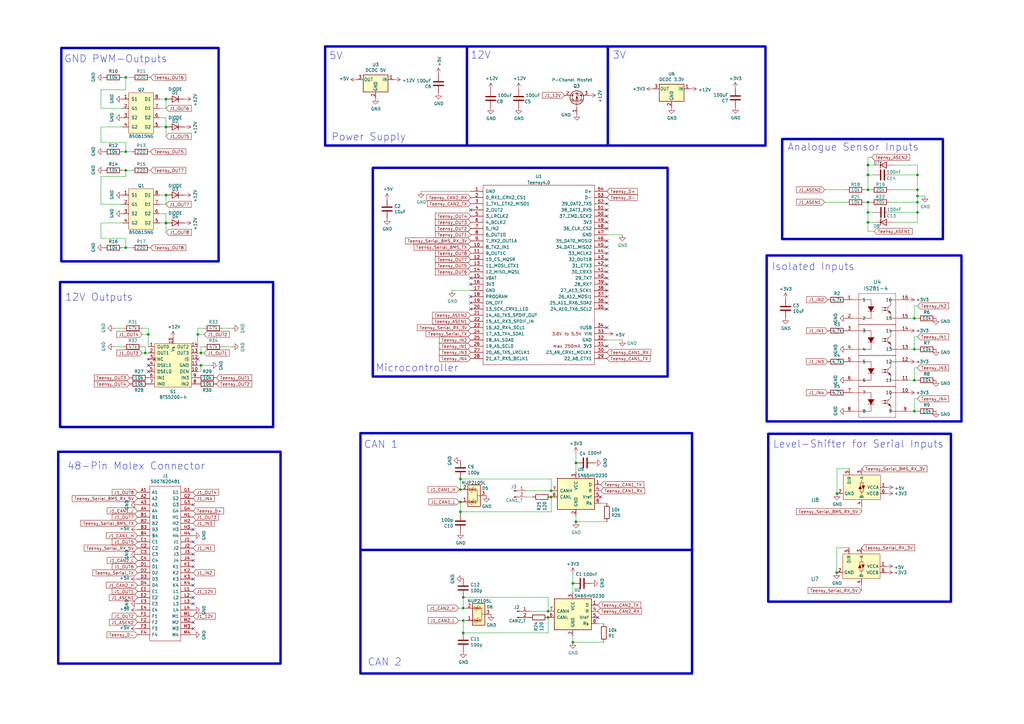
<source format=kicad_sch>
(kicad_sch (version 20230121) (generator eeschema)
  (paper "A3")
  (junction (at 188.849 209.931))
  (junction (at 234.95 239.268))
  (junction (at 376.301 82.931))
  (junction (at 188.849 200.787))
  (junction (at 51.562 69.85))
  (junction (at 376.301 87.122))
  (junction (at 355.981 82.931))
  (junction (at 355.981 71.755))
  (junction (at 376.301 77.851))
  (junction (at 375.031 130.556))
  (junction (at 234.95 263.398))
  (junction (at 68.072 52.07))
  (junction (at 59.563 144.78))
  (junction (at 82.423 149.86))
  (junction (at 355.981 87.122))
  (junction (at 51.562 62.23))
  (junction (at 343.281 202.438))
  (junction (at 82.423 144.78))
  (junction (at 224.79 250.698))
  (junction (at 226.06 203.835))
  (junction (at 236.22 189.865))
  (junction (at 343.154 234.823))
  (junction (at 355.981 91.186))
  (junction (at 224.79 253.238))
  (junction (at 226.06 201.295))
  (junction (at 189.992 244.983))
  (junction (at 375.031 168.656))
  (junction (at 51.562 31.75))
  (junction (at 236.22 213.995))
  (junction (at 68.072 80.01))
  (junction (at 375.031 155.956))
  (junction (at 355.981 77.851))
  (junction (at 189.992 249.428))
  (junction (at 68.072 91.44))
  (junction (at 189.992 259.588))
  (junction (at 188.849 196.469))
  (junction (at 60.833 137.16))
  (junction (at 188.849 205.867))
  (junction (at 68.072 40.64))
  (junction (at 376.301 71.755))
  (junction (at 376.301 80.391))
  (junction (at 51.562 101.6))
  (junction (at 375.031 143.256))
  (junction (at 355.981 67.691))
  (junction (at 81.153 137.16))
  (junction (at 189.992 254.508))
  (no_connect (at 248.92 108.966))
  (no_connect (at 248.92 121.666))
  (no_connect (at 79.248 229.87))
  (no_connect (at 248.92 86.106))
  (no_connect (at 248.92 101.346))
  (no_connect (at 79.248 240.03))
  (no_connect (at 193.04 86.106))
  (no_connect (at 79.248 207.01))
  (no_connect (at 79.248 217.17))
  (no_connect (at 79.248 245.11))
  (no_connect (at 79.248 247.65))
  (no_connect (at 79.248 257.81))
  (no_connect (at 79.248 255.27))
  (no_connect (at 79.248 222.25))
  (no_connect (at 79.248 232.41))
  (no_connect (at 248.92 88.646))
  (no_connect (at 193.04 124.206))
  (no_connect (at 248.92 126.746))
  (no_connect (at 79.248 227.33))
  (no_connect (at 248.92 111.506))
  (no_connect (at 245.11 253.238))
  (no_connect (at 193.04 114.046))
  (no_connect (at 248.92 98.806))
  (no_connect (at 60.833 152.4))
  (no_connect (at 248.92 114.046))
  (no_connect (at 81.153 147.32))
  (no_connect (at 248.92 91.186))
  (no_connect (at 193.04 116.586))
  (no_connect (at 248.92 124.206))
  (no_connect (at 193.04 121.666))
  (no_connect (at 248.92 119.126))
  (no_connect (at 248.92 141.986))
  (no_connect (at 79.248 237.49))
  (no_connect (at 248.92 83.566))
  (no_connect (at 248.92 93.726))
  (no_connect (at 193.04 126.746))
  (no_connect (at 248.92 116.586))
  (no_connect (at 248.92 134.366))
  (no_connect (at 248.92 103.886))
  (no_connect (at 60.833 149.86))
  (no_connect (at 246.38 203.835))
  (no_connect (at 248.92 106.426))
  (wire (pts (xy 68.072 52.07) (xy 65.532 52.07)))
  (wire (pts (xy 355.981 67.691) (xy 358.521 67.691)))
  (wire (pts (xy 188.341 205.867) (xy 188.849 205.867)))
  (polyline (pts (xy 249.301 19.05) (xy 249.301 59.69)) (stroke (width 1)))
  (wire (pts (xy 58.293 134.62) (xy 60.833 134.62)))
  (wire (pts (xy 41.402 97.79) (xy 51.562 97.79)))
  (wire (pts (xy 91.313 142.24) (xy 95.123 142.24)))
  (wire (pts (xy 375.031 168.656) (xy 375.031 163.576)))
  (wire (pts (xy 364.871 77.851) (xy 376.301 77.851)))
  (wire (pts (xy 236.22 186.055) (xy 236.22 189.865)))
  (wire (pts (xy 376.301 125.476) (xy 375.031 125.476)))
  (wire (pts (xy 188.087 249.428) (xy 189.992 249.428)))
  (wire (pts (xy 51.562 72.39) (xy 51.562 69.85)))
  (wire (pts (xy 355.981 82.931) (xy 355.981 87.122)))
  (wire (pts (xy 188.087 254.508) (xy 189.992 254.508)))
  (wire (pts (xy 189.992 259.588) (xy 224.79 259.588)))
  (wire (pts (xy 41.402 91.44) (xy 50.292 91.44)))
  (wire (pts (xy 50.292 62.23) (xy 51.562 62.23)))
  (wire (pts (xy 65.532 87.63) (xy 68.072 87.63)))
  (wire (pts (xy 51.562 58.42) (xy 51.562 62.23)))
  (polyline (pts (xy 191.516 19.177) (xy 191.516 59.563)) (stroke (width 1)))
  (wire (pts (xy 50.292 44.45) (xy 41.402 44.45)))
  (wire (pts (xy 376.301 138.176) (xy 375.031 138.176)))
  (wire (pts (xy 375.031 130.556) (xy 376.301 130.556)))
  (wire (pts (xy 81.153 152.4) (xy 82.423 152.4)))
  (wire (pts (xy 51.562 97.79) (xy 51.562 101.6)))
  (wire (pts (xy 234.95 235.458) (xy 234.95 239.268)))
  (wire (pts (xy 355.981 91.186) (xy 358.521 91.186)))
  (wire (pts (xy 59.563 144.78) (xy 60.833 144.78)))
  (wire (pts (xy 353.314 239.903) (xy 353.314 242.189)))
  (wire (pts (xy 188.849 209.931) (xy 226.06 209.931)))
  (wire (pts (xy 83.693 134.62) (xy 81.153 134.62)))
  (wire (pts (xy 355.981 82.931) (xy 357.251 82.931)))
  (wire (pts (xy 81.153 144.78) (xy 82.423 144.78)))
  (wire (pts (xy 355.981 77.851) (xy 357.251 77.851)))
  (wire (pts (xy 91.313 134.62) (xy 95.123 134.62)))
  (wire (pts (xy 348.361 192.278) (xy 343.281 192.278)))
  (wire (pts (xy 234.95 263.398) (xy 234.95 260.858)))
  (wire (pts (xy 247.65 255.778) (xy 245.11 255.778)))
  (wire (pts (xy 51.562 69.85) (xy 54.102 69.85)))
  (wire (pts (xy 376.301 71.755) (xy 376.301 77.851)))
  (wire (pts (xy 226.06 196.469) (xy 226.06 201.295)))
  (wire (pts (xy 338.201 77.851) (xy 347.091 77.851)))
  (wire (pts (xy 65.532 40.64) (xy 68.072 40.64)))
  (wire (pts (xy 372.491 155.956) (xy 375.031 155.956)))
  (wire (pts (xy 81.153 137.16) (xy 81.153 142.24)))
  (wire (pts (xy 65.532 80.01) (xy 68.072 80.01)))
  (wire (pts (xy 68.072 91.44) (xy 68.072 95.25)))
  (wire (pts (xy 355.981 87.122) (xy 355.981 91.186)))
  (wire (pts (xy 68.072 52.07) (xy 68.072 55.88)))
  (wire (pts (xy 376.301 87.122) (xy 376.301 91.186)))
  (wire (pts (xy 234.95 263.398) (xy 247.65 263.398)))
  (wire (pts (xy 68.072 87.63) (xy 68.072 91.44)))
  (wire (pts (xy 58.293 144.78) (xy 59.563 144.78)))
  (wire (pts (xy 376.301 80.391) (xy 376.301 82.931)))
  (wire (pts (xy 193.04 119.126) (xy 185.42 119.126)))
  (wire (pts (xy 375.031 138.176) (xy 375.031 143.256)))
  (wire (pts (xy 366.141 67.691) (xy 376.301 67.691)))
  (wire (pts (xy 60.833 137.16) (xy 58.293 137.16)))
  (wire (pts (xy 189.992 249.428) (xy 191.262 249.428)))
  (wire (pts (xy 41.402 72.39) (xy 51.562 72.39)))
  (wire (pts (xy 188.849 205.867) (xy 188.849 209.931)))
  (wire (pts (xy 188.849 205.867) (xy 189.357 205.867)))
  (wire (pts (xy 375.031 150.876) (xy 376.301 150.876)))
  (wire (pts (xy 375.031 125.476) (xy 375.031 130.556)))
  (wire (pts (xy 50.292 101.6) (xy 51.562 101.6)))
  (wire (pts (xy 236.22 189.865) (xy 236.22 193.675)))
  (wire (pts (xy 355.981 71.755) (xy 358.14 71.755)))
  (wire (pts (xy 234.95 239.268) (xy 234.95 243.078)))
  (wire (pts (xy 41.402 72.39) (xy 41.402 83.82)))
  (wire (pts (xy 224.79 244.983) (xy 224.79 250.698)))
  (wire (pts (xy 41.402 44.45) (xy 41.402 36.83)))
  (wire (pts (xy 376.301 67.691) (xy 376.301 71.755)))
  (wire (pts (xy 50.292 69.85) (xy 51.562 69.85)))
  (wire (pts (xy 188.849 209.931) (xy 188.849 210.693)))
  (wire (pts (xy 376.301 82.931) (xy 376.301 87.122)))
  (wire (pts (xy 60.833 134.62) (xy 60.833 137.16)))
  (wire (pts (xy 68.072 83.82) (xy 65.532 83.82)))
  (wire (pts (xy 236.22 213.995) (xy 236.22 211.455)))
  (wire (pts (xy 189.992 254.508) (xy 189.992 259.588)))
  (wire (pts (xy 375.031 163.576) (xy 376.301 163.576)))
  (wire (pts (xy 46.863 134.62) (xy 50.673 134.62)))
  (wire (pts (xy 375.031 130.556) (xy 372.491 130.556)))
  (wire (pts (xy 41.402 91.44) (xy 41.402 97.79)))
  (wire (pts (xy 82.423 144.78) (xy 83.693 144.78)))
  (wire (pts (xy 51.562 62.23) (xy 54.102 62.23)))
  (wire (pts (xy 215.9 201.295) (xy 226.06 201.295)))
  (wire (pts (xy 376.301 80.391) (xy 379.349 80.391)))
  (wire (pts (xy 355.981 71.755) (xy 355.981 77.851)))
  (wire (pts (xy 81.153 137.16) (xy 83.693 137.16)))
  (wire (pts (xy 68.072 40.64) (xy 68.072 44.45)))
  (wire (pts (xy 58.293 142.24) (xy 59.563 142.24)))
  (wire (pts (xy 236.22 213.995) (xy 248.92 213.995)))
  (wire (pts (xy 347.091 82.931) (xy 338.201 82.931)))
  (wire (pts (xy 188.849 196.469) (xy 226.06 196.469)))
  (wire (pts (xy 83.693 142.24) (xy 82.423 142.24)))
  (wire (pts (xy 41.402 52.07) (xy 50.292 52.07)))
  (wire (pts (xy 82.423 142.24) (xy 82.423 144.78)))
  (wire (pts (xy 355.981 87.122) (xy 358.267 87.122)))
  (wire (pts (xy 189.992 244.983) (xy 189.992 249.428)))
  (wire (pts (xy 364.871 82.931) (xy 376.301 82.931)))
  (wire (pts (xy 50.292 31.75) (xy 51.562 31.75)))
  (wire (pts (xy 41.402 36.83) (xy 51.562 36.83)))
  (wire (pts (xy 355.981 67.691) (xy 355.981 64.516)))
  (wire (pts (xy 365.76 71.755) (xy 376.301 71.755)))
  (wire (pts (xy 343.281 192.278) (xy 343.281 202.438)))
  (wire (pts (xy 41.402 52.07) (xy 41.402 58.42)))
  (wire (pts (xy 50.292 83.82) (xy 41.402 83.82)))
  (wire (pts (xy 82.423 149.86) (xy 82.423 152.4)))
  (wire (pts (xy 215.9 203.835) (xy 218.44 203.835)))
  (wire (pts (xy 188.849 200.787) (xy 189.357 200.787)))
  (wire (pts (xy 82.423 149.86) (xy 86.233 149.86)))
  (wire (pts (xy 375.031 143.256) (xy 376.301 143.256)))
  (wire (pts (xy 51.562 31.75) (xy 51.562 36.83)))
  (wire (pts (xy 366.141 91.186) (xy 376.301 91.186)))
  (wire (pts (xy 248.92 206.375) (xy 246.38 206.375)))
  (wire (pts (xy 68.072 44.45) (xy 65.532 44.45)))
  (wire (pts (xy 353.441 207.518) (xy 353.441 209.804)))
  (wire (pts (xy 354.711 82.931) (xy 355.981 82.931)))
  (wire (pts (xy 81.153 134.62) (xy 81.153 137.16)))
  (wire (pts (xy 343.154 224.663) (xy 343.154 234.823)))
  (wire (pts (xy 68.072 91.44) (xy 65.532 91.44)))
  (wire (pts (xy 51.562 101.6) (xy 54.102 101.6)))
  (wire (pts (xy 355.981 91.186) (xy 355.981 94.869)))
  (wire (pts (xy 248.92 96.266) (xy 255.27 96.266)))
  (wire (pts (xy 172.72 78.486) (xy 193.04 78.486)))
  (wire (pts (xy 354.711 77.851) (xy 355.981 77.851)))
  (wire (pts (xy 189.992 254.508) (xy 191.262 254.508)))
  (wire (pts (xy 376.301 77.851) (xy 376.301 80.391)))
  (wire (pts (xy 41.402 58.42) (xy 51.562 58.42)))
  (wire (pts (xy 355.981 67.691) (xy 355.981 71.755)))
  (wire (pts (xy 59.563 142.24) (xy 59.563 144.78)))
  (wire (pts (xy 224.79 253.238) (xy 224.79 259.588)))
  (wire (pts (xy 375.031 143.256) (xy 372.491 143.256)))
  (wire (pts (xy 355.981 94.869) (xy 358.521 94.869)))
  (wire (pts (xy 375.031 168.656) (xy 376.301 168.656)))
  (wire (pts (xy 188.341 200.787) (xy 188.849 200.787)))
  (wire (pts (xy 348.234 224.663) (xy 343.154 224.663)))
  (wire (pts (xy 65.532 48.26) (xy 68.072 48.26)))
  (wire (pts (xy 68.072 80.01) (xy 68.072 83.82)))
  (wire (pts (xy 51.562 31.75) (xy 54.102 31.75)))
  (wire (pts (xy 46.863 142.24) (xy 50.673 142.24)))
  (wire (pts (xy 68.072 48.26) (xy 68.072 52.07)))
  (polyline (pts (xy 147.955 225.552) (xy 283.845 225.552)) (stroke (width 1)))
  (wire (pts (xy 189.992 244.983) (xy 224.79 244.983)))
  (wire (pts (xy 81.153 149.86) (xy 82.423 149.86)))
  (wire (pts (xy 226.06 209.931) (xy 226.06 203.835)))
  (wire (pts (xy 217.17 250.698) (xy 224.79 250.698)))
  (wire (pts (xy 375.031 155.956) (xy 376.301 155.956)))
  (wire (pts (xy 355.981 64.516) (xy 357.505 64.516)))
  (wire (pts (xy 60.833 142.24) (xy 60.833 137.16)))
  (wire (pts (xy 188.849 196.469) (xy 188.849 200.787)))
  (wire (pts (xy 372.491 168.656) (xy 375.031 168.656)))
  (wire (pts (xy 365.887 87.122) (xy 376.301 87.122)))
  (wire (pts (xy 375.031 155.956) (xy 375.031 150.876)))
  (wire (pts (xy 248.92 139.446) (xy 255.27 139.446)))
  (rectangle (start 320.802 57.023) (end 386.715 98.044) (stroke (width 1)))
  (rectangle (start 133.35 19.05) (end 313.944 59.69) (stroke (width 1)))
  (rectangle (start 23.876 185.293) (end 115.062 272.161) (stroke (width 1)))
  (rectangle (start 314.452 104.775) (end 394.335 172.847) (stroke (width 1)))
  (rectangle (start 25.146 19.685) (end 89.662 107.188) (stroke (width 1)))
  (rectangle (start 315.087 177.927) (end 390.017 246.761) (stroke (width 1)))
  (rectangle (start 24.638 115.697) (end 112.014 175.133) (stroke (width 1)))
  (rectangle (start 147.828 177.673) (end 283.845 276.225) (stroke (width 1)))
  (rectangle (start 152.908 68.834) (end 273.812 154.432) (stroke (width 1)))
  (text "Analogue Sensor Inputs" (at 322.961 62.23 0) (effects (font (size 3 3)) (justify left bottom)))
  (text "GND PWM-Outputs" (at 26.289 26.035 0) (effects (font (size 3 3)) (justify left bottom)))
  (text "48-Pin Molex Connector" (at 27.559 193.04 0) (effects (font (size 3 3)) (justify left bottom)))
  (text "CAN 2" (at 150.749 273.431 0) (effects (font (size 3 3)) (justify left bottom)))
  (text "CAN 1" (at 149.225 184.15 0) (effects (font (size 3 3)) (justify left bottom)))
  (text "5V" (at 135.001 24.765 0) (effects (font (size 3 3)) (justify left bottom)))
  (text "12V Outputs" (at 26.67 123.825 0) (effects (font (size 3 3)) (justify left bottom)))
  (text "Isolated Inputs" (at 316.484 111.252 0) (effects (font (size 3 3)) (justify left bottom)))
  (text "Microcontroller" (at 154.051 152.781 0) (effects (font (size 3 3)) (justify left bottom)))
  (text "Power Supply" (at 135.89 58.039 0) (effects (font (size 3 3)) (justify left bottom)))
  (text "12V" (at 192.913 24.511 0) (effects (font (size 3 3)) (justify left bottom)))
  (text "3V" (at 251.206 24.511 0) (effects (font (size 3 3)) (justify left bottom)))
  (text "Level-Shifter for Serial Inputs" (at 316.992 184.023 0) (effects (font (size 3 3)) (justify left bottom)))
  (global_label "J1_CAN1_H" (shape input) (at 56.388 219.71 180) (property "Intersheetrefs" "${INTERSHEET_REFS}" (effects hide)) (property "Referenzen zwischen Schaltplänen" "${INTERSHEET_REFS}" (effects hide)))
  (global_label "J1_OUT7" (shape input) (at 56.388 212.09 180) (property "Intersheetrefs" "${INTERSHEET_REFS}" (effects hide)) (property "Referenzen zwischen Schaltplänen" "${INTERSHEET_REFS}" (effects hide)))
  (global_label "Teensy_OUT7" (shape input) (at 193.04 106.426 180) (property "Intersheetrefs" "${INTERSHEET_REFS}" (effects hide)) (property "Referenzen zwischen Schaltplänen" "${INTERSHEET_REFS}" (effects hide)))
  (global_label "J1_ASEN2" (shape input) (at 56.388 255.27 180) (property "Intersheetrefs" "${INTERSHEET_REFS}" (effects hide)) (property "Referenzen zwischen Schaltplänen" "${INTERSHEET_REFS}" (effects hide)))
  (global_label "J1_OUT6" (shape input) (at 68.072 44.45 0) (property "Intersheetrefs" "${INTERSHEET_REFS}" (effects hide)) (property "Referenzen zwischen Schaltplänen" "${INTERSHEET_REFS}" (effects hide)))
  (global_label "J1_IN3" (shape input) (at 79.248 214.63 0) (property "Intersheetrefs" "${INTERSHEET_REFS}" (effects hide)) (property "Referenzen zwischen Schaltplänen" "${INTERSHEET_REFS}" (effects hide)))
  (global_label "Teensy_D+" (shape input) (at 79.248 209.55 0) (property "Intersheetrefs" "${INTERSHEET_REFS}" (effects hide)) (property "Referenzen zwischen Schaltplänen" "${INTERSHEET_REFS}" (effects hide)))
  (global_label "Teensy_CAN2_TX" (shape input) (at 193.04 83.566 180) (property "Intersheetrefs" "${INTERSHEET_REFS}" (effects hide)) (property "Referenzen zwischen Schaltplänen" "${INTERSHEET_REFS}" (effects hide)))
  (global_label "J1_CAN2_L" (shape input) (at 56.388 229.87 180) (property "Intersheetrefs" "${INTERSHEET_REFS}" (effects hide)) (property "Referenzen zwischen Schaltplänen" "${INTERSHEET_REFS}" (effects hide)))
  (global_label "Teensy_OUT2" (shape input) (at 88.773 157.48 0) (property "Intersheetrefs" "${INTERSHEET_REFS}" (effects hide)) (property "Referenzen zwischen Schaltplänen" "${INTERSHEET_REFS}" (effects hide)))
  (global_label "Teensy_IN3" (shape input) (at 193.04 144.526 180) (property "Intersheetrefs" "${INTERSHEET_REFS}" (effects hide)) (property "Referenzen zwischen Schaltplänen" "${INTERSHEET_REFS}" (effects hide)))
  (global_label "J1_OUT4" (shape input) (at 58.293 137.16 180) (property "Intersheetrefs" "${INTERSHEET_REFS}" (effects hide)) (property "Referenzen zwischen Schaltplänen" "${INTERSHEET_REFS}" (effects hide)))
  (global_label "Teensy_IN2" (shape input) (at 193.04 139.446 180) (property "Intersheetrefs" "${INTERSHEET_REFS}" (effects hide)) (property "Referenzen zwischen Schaltplänen" "${INTERSHEET_REFS}" (effects hide)))
  (global_label "Teensy_OUT3" (shape input) (at 193.04 91.186 180) (property "Intersheetrefs" "${INTERSHEET_REFS}" (effects hide)) (property "Referenzen zwischen Schaltplänen" "${INTERSHEET_REFS}" (effects hide)))
  (global_label "J1_OUT8" (shape input) (at 68.072 95.25 0) (property "Intersheetrefs" "${INTERSHEET_REFS}" (effects hide)) (property "Referenzen zwischen Schaltplänen" "${INTERSHEET_REFS}" (effects hide)))
  (global_label "Teensy_CAN2_RX" (shape input) (at 193.04 81.026 180) (property "Intersheetrefs" "${INTERSHEET_REFS}" (effects hide)) (property "Referenzen zwischen Schaltplänen" "${INTERSHEET_REFS}" (effects hide)))
  (global_label "Teensy_ASEN2" (shape input) (at 357.505 64.516 0) (property "Intersheetrefs" "${INTERSHEET_REFS}" (effects hide)) (property "Referenzen zwischen Schaltplänen" "${INTERSHEET_REFS}" (effects hide)))
  (global_label "Teensy_Serial_BMS_TX" (shape input) (at 56.388 214.63 180) (property "Intersheetrefs" "${INTERSHEET_REFS}" (effects hide)) (property "Referenzen zwischen Schaltplänen" "${INTERSHEET_REFS}" (effects hide)))
  (global_label "J1_OUT2" (shape input) (at 83.693 137.16 0) (property "Intersheetrefs" "${INTERSHEET_REFS}" (effects hide)) (property "Referenzen zwischen Schaltplänen" "${INTERSHEET_REFS}" (effects hide)))
  (global_label "Teensy_IN1" (shape input) (at 193.04 141.986 180) (property "Intersheetrefs" "${INTERSHEET_REFS}" (effects hide)) (property "Referenzen zwischen Schaltplänen" "${INTERSHEET_REFS}" (effects hide)))
  (global_label "Teensy_CAN1_TX" (shape input) (at 248.92 147.066 0) (property "Intersheetrefs" "${INTERSHEET_REFS}" (effects hide)) (property "Referenzen zwischen Schaltplänen" "${INTERSHEET_REFS}" (effects hide)))
  (global_label "Teensy_ASEN1" (shape input) (at 193.04 131.826 180) (property "Intersheetrefs" "${INTERSHEET_REFS}" (effects hide)) (property "Referenzen zwischen Schaltplänen" "${INTERSHEET_REFS}" (effects hide)))
  (global_label "Teensy_Serial_RX_5V" (shape input) (at 56.388 224.79 180) (property "Intersheetrefs" "${INTERSHEET_REFS}" (effects hide)) (property "Referenzen zwischen Schaltplänen" "${INTERSHEET_REFS}" (effects hide)))
  (global_label "Teensy_Serial_TX" (shape input) (at 56.388 234.95 180) (property "Intersheetrefs" "${INTERSHEET_REFS}" (effects hide)) (property "Referenzen zwischen Schaltplänen" "${INTERSHEET_REFS}" (effects hide)))
  (global_label "J1_ASEN1" (shape input) (at 338.201 82.931 180) (property "Intersheetrefs" "${INTERSHEET_REFS}" (effects hide)) (property "Referenzen zwischen Schaltplänen" "${INTERSHEET_REFS}" (effects hide)))
  (global_label "J1_OUT1" (shape input) (at 56.388 242.57 180) (property "Intersheetrefs" "${INTERSHEET_REFS}" (effects hide)) (property "Referenzen zwischen Schaltplänen" "${INTERSHEET_REFS}" (effects hide)))
  (global_label "Teensy_OUT5" (shape input) (at 193.04 108.966 180) (property "Intersheetrefs" "${INTERSHEET_REFS}" (effects hide)) (property "Referenzen zwischen Schaltplänen" "${INTERSHEET_REFS}" (effects hide)))
  (global_label "J1_CAN2_H" (shape input) (at 56.388 240.03 180) (property "Intersheetrefs" "${INTERSHEET_REFS}" (effects hide)) (property "Referenzen zwischen Schaltplänen" "${INTERSHEET_REFS}" (effects hide)))
  (global_label "Teensy_Serial_RX_3V" (shape input) (at 193.04 134.366 180) (property "Intersheetrefs" "${INTERSHEET_REFS}" (effects hide)) (property "Referenzen zwischen Schaltplänen" "${INTERSHEET_REFS}" (effects hide)))
  (global_label "Teensy_OUT6" (shape input) (at 193.04 111.506 180) (property "Intersheetrefs" "${INTERSHEET_REFS}" (effects hide)) (property "Referenzen zwischen Schaltplänen" "${INTERSHEET_REFS}" (effects hide)))
  (global_label "Teensy_Serial_BMS_TX" (shape input) (at 193.04 101.346 180) (property "Intersheetrefs" "${INTERSHEET_REFS}" (effects hide)) (property "Referenzen zwischen Schaltplänen" "${INTERSHEET_REFS}" (effects hide)))
  (global_label "J1_OUT5" (shape input) (at 68.072 55.88 0) (property "Intersheetrefs" "${INTERSHEET_REFS}" (effects hide)) (property "Referenzen zwischen Schaltplänen" "${INTERSHEET_REFS}" (effects hide)))
  (global_label "J1_12V" (shape input) (at 79.248 242.57 0) (property "Intersheetrefs" "${INTERSHEET_REFS}" (effects hide)) (property "Referenzen zwischen Schaltplänen" "${INTERSHEET_REFS}" (effects hide)))
  (global_label "Teensy_CAN2_TX" (shape input) (at 245.11 248.158 0) (property "Intersheetrefs" "${INTERSHEET_REFS}" (effects hide)) (property "Referenzen zwischen Schaltplänen" "${INTERSHEET_REFS}" (effects hide)))
  (global_label "Teensy_OUT3" (shape input) (at 53.213 154.94 180) (property "Intersheetrefs" "${INTERSHEET_REFS}" (effects hide)) (property "Referenzen zwischen Schaltplänen" "${INTERSHEET_REFS}" (effects hide)))
  (global_label "J1_CAN1_H" (shape input) (at 188.341 200.787 180) (property "Intersheetrefs" "${INTERSHEET_REFS}" (effects hide)) (property "Referenzen zwischen Schaltplänen" "${INTERSHEET_REFS}" (effects hide)))
  (global_label "J1_OUT7" (shape input) (at 68.072 83.82 0) (property "Intersheetrefs" "${INTERSHEET_REFS}" (effects hide)) (property "Referenzen zwischen Schaltplänen" "${INTERSHEET_REFS}" (effects hide)))
  (global_label "J1_CAN1_L" (shape input) (at 188.341 205.867 180) (property "Intersheetrefs" "${INTERSHEET_REFS}" (effects hide)) (property "Referenzen zwischen Schaltplänen" "${INTERSHEET_REFS}" (effects hide)))
  (global_label "J1_CAN2_L" (shape input) (at 188.087 254.508 180) (property "Intersheetrefs" "${INTERSHEET_REFS}" (effects hide)) (property "Referenzen zwischen Schaltplänen" "${INTERSHEET_REFS}" (effects hide)))
  (global_label "Teensy_IN3" (shape input) (at 376.301 150.876 0) (property "Intersheetrefs" "${INTERSHEET_REFS}" (effects hide)) (property "Referenzen zwischen Schaltplänen" "${INTERSHEET_REFS}" (effects hide)))
  (global_label "Teensy_Serial_RX_3V" (shape input) (at 353.314 224.663 0) (property "Intersheetrefs" "${INTERSHEET_REFS}" (effects hide)) (property "Referenzen zwischen Schaltplänen" "${INTERSHEET_REFS}" (effects hide)))
  (global_label "Teensy_Serial_BMS_RX_5V" (shape input) (at 56.388 204.47 180) (property "Intersheetrefs" "${INTERSHEET_REFS}" (effects hide)) (property "Referenzen zwischen Schaltplänen" "${INTERSHEET_REFS}" (effects hide)))
  (global_label "J1_OUT4" (shape input) (at 79.248 201.93 0) (property "Intersheetrefs" "${INTERSHEET_REFS}" (effects hide)) (property "Referenzen zwischen Schaltplänen" "${INTERSHEET_REFS}" (effects hide)))
  (global_label "J1_CAN2_H" (shape input) (at 188.087 249.428 180) (property "Intersheetrefs" "${INTERSHEET_REFS}" (effects hide)) (property "Referenzen zwischen Schaltplänen" "${INTERSHEET_REFS}" (effects hide)))
  (global_label "Teensy_Serial_BMS_RX_5V" (shape input) (at 353.441 209.804 180) (property "Intersheetrefs" "${INTERSHEET_REFS}" (effects hide)) (property "Referenzen zwischen Schaltplänen" "${INTERSHEET_REFS}" (effects hide)))
  (global_label "J1_IN1" (shape input) (at 79.248 224.79 0) (property "Intersheetrefs" "${INTERSHEET_REFS}" (effects hide)) (property "Referenzen zwischen Schaltplänen" "${INTERSHEET_REFS}" (effects hide)))
  (global_label "J1_OUT1" (shape input) (at 83.693 144.78 0) (property "Intersheetrefs" "${INTERSHEET_REFS}" (effects hide)) (property "Referenzen zwischen Schaltplänen" "${INTERSHEET_REFS}" (effects hide)))
  (global_label "Teensy_Serial_BMS_RX_3V" (shape input) (at 353.441 192.278 0) (property "Intersheetrefs" "${INTERSHEET_REFS}" (effects hide)) (property "Referenzen zwischen Schaltplänen" "${INTERSHEET_REFS}" (effects hide)))
  (global_label "Teensy_IN4" (shape input) (at 193.04 147.066 180) (property "Intersheetrefs" "${INTERSHEET_REFS}" (effects hide)) (property "Referenzen zwischen Schaltplänen" "${INTERSHEET_REFS}" (effects hide)))
  (global_label "J1_IN4" (shape input) (at 339.471 161.036 180) (property "Intersheetrefs" "${INTERSHEET_REFS}" (effects hide)) (property "Referenzen zwischen Schaltplänen" "${INTERSHEET_REFS}" (effects hide)))
  (global_label "J1_IN2" (shape input) (at 79.248 234.95 0) (property "Intersheetrefs" "${INTERSHEET_REFS}" (effects hide)) (property "Referenzen zwischen Schaltplänen" "${INTERSHEET_REFS}" (effects hide)))
  (global_label "Teensy_OUT4" (shape input) (at 53.213 157.48 180) (property "Intersheetrefs" "${INTERSHEET_REFS}" (effects hide)) (property "Referenzen zwischen Schaltplänen" "${INTERSHEET_REFS}" (effects hide)))
  (global_label "Teensy_OUT1" (shape input) (at 193.04 96.266 180) (property "Intersheetrefs" "${INTERSHEET_REFS}" (effects hide)) (property "Referenzen zwischen Schaltplänen" "${INTERSHEET_REFS}" (effects hide)))
  (global_label "Teensy_D-" (shape input) (at 56.388 260.35 180) (property "Intersheetrefs" "${INTERSHEET_REFS}" (effects hide)) (property "Referenzen zwischen Schaltplänen" "${INTERSHEET_REFS}" (effects hide)))
  (global_label "J1_IN1" (shape input) (at 339.471 135.636 180) (property "Intersheetrefs" "${INTERSHEET_REFS}" (effects hide)) (property "Referenzen zwischen Schaltplänen" "${INTERSHEET_REFS}" (effects hide)))
  (global_label "Teensy_D+" (shape input) (at 248.92 78.486 0) (property "Intersheetrefs" "${INTERSHEET_REFS}" (effects hide)) (property "Referenzen zwischen Schaltplänen" "${INTERSHEET_REFS}" (effects hide)))
  (global_label "Teensy_OUT4" (shape input) (at 193.04 88.646 180) (property "Intersheetrefs" "${INTERSHEET_REFS}" (effects hide)) (property "Referenzen zwischen Schaltplänen" "${INTERSHEET_REFS}" (effects hide)))
  (global_label "Teensy_IN4" (shape input) (at 376.301 163.576 0) (property "Intersheetrefs" "${INTERSHEET_REFS}" (effects hide)) (property "Referenzen zwischen Schaltplänen" "${INTERSHEET_REFS}" (effects hide)))
  (global_label "Teensy_D-" (shape input) (at 248.92 81.026 0) (property "Intersheetrefs" "${INTERSHEET_REFS}" (effects hide)) (property "Referenzen zwischen Schaltplänen" "${INTERSHEET_REFS}" (effects hide)))
  (global_label "Teensy_OUT6" (shape input) (at 61.722 31.75 0) (property "Intersheetrefs" "${INTERSHEET_REFS}" (effects hide)) (property "Referenzen zwischen Schaltplänen" "${INTERSHEET_REFS}" (effects hide)))
  (global_label "J1_IN3" (shape input) (at 339.471 148.336 180) (property "Intersheetrefs" "${INTERSHEET_REFS}" (effects hide)) (property "Referenzen zwischen Schaltplänen" "${INTERSHEET_REFS}" (effects hide)))
  (global_label "Teensy_Serial_RX_5V" (shape input) (at 353.314 242.189 180) (property "Intersheetrefs" "${INTERSHEET_REFS}" (effects hide)) (property "Referenzen zwischen Schaltplänen" "${INTERSHEET_REFS}" (effects hide)))
  (global_label "Teensy_OUT8" (shape input) (at 193.04 103.886 180) (property "Intersheetrefs" "${INTERSHEET_REFS}" (effects hide)) (property "Referenzen zwischen Schaltplänen" "${INTERSHEET_REFS}" (effects hide)))
  (global_label "J1_12V" (shape input) (at 79.248 252.73 0) (property "Intersheetrefs" "${INTERSHEET_REFS}" (effects hide)) (property "Referenzen zwischen Schaltplänen" "${INTERSHEET_REFS}" (effects hide)))
  (global_label "Teensy_CAN1_RX" (shape input) (at 246.38 201.295 0) (property "Intersheetrefs" "${INTERSHEET_REFS}" (effects hide)) (property "Referenzen zwischen Schaltplänen" "${INTERSHEET_REFS}" (effects hide)))
  (global_label "J1_12V" (shape input) (at 231.521 39.116 180) (property "Intersheetrefs" "${INTERSHEET_REFS}" (effects hide)) (property "Referenzen zwischen Schaltplänen" "${INTERSHEET_REFS}" (effects hide)))
  (global_label "J1_OUT2" (shape input) (at 56.388 252.73 180) (property "Intersheetrefs" "${INTERSHEET_REFS}" (effects hide)) (property "Referenzen zwischen Schaltplänen" "${INTERSHEET_REFS}" (effects hide)))
  (global_label "J1_OUT3" (shape input) (at 58.293 144.78 180) (property "Intersheetrefs" "${INTERSHEET_REFS}" (effects hide)) (property "Referenzen zwischen Schaltplänen" "${INTERSHEET_REFS}" (effects hide)))
  (global_label "Teensy_CAN1_TX" (shape input) (at 246.38 198.755 0) (property "Intersheetrefs" "${INTERSHEET_REFS}" (effects hide)) (property "Referenzen zwischen Schaltplänen" "${INTERSHEET_REFS}" (effects hide)))
  (global_label "J1_ASEN2" (shape input) (at 338.201 77.851 180) (property "Intersheetrefs" "${INTERSHEET_REFS}" (effects hide)) (property "Referenzen zwischen Schaltplänen" "${INTERSHEET_REFS}" (effects hide)))
  (global_label "Teensy_OUT7" (shape input) (at 61.722 69.85 0) (property "Intersheetrefs" "${INTERSHEET_REFS}" (effects hide)) (property "Referenzen zwischen Schaltplänen" "${INTERSHEET_REFS}" (effects hide)))
  (global_label "Teensy_Serial_TX" (shape input) (at 193.04 136.906 180) (property "Intersheetrefs" "${INTERSHEET_REFS}" (effects hide)) (property "Referenzen zwischen Schaltplänen" "${INTERSHEET_REFS}" (effects hide)))
  (global_label "J1_OUT3" (shape input) (at 79.248 212.09 0) (property "Intersheetrefs" "${INTERSHEET_REFS}" (effects hide)) (property "Referenzen zwischen Schaltplänen" "${INTERSHEET_REFS}" (effects hide)))
  (global_label "Teensy_OUT1" (shape input) (at 88.773 154.94 0) (property "Intersheetrefs" "${INTERSHEET_REFS}" (effects hide)) (property "Referenzen zwischen Schaltplänen" "${INTERSHEET_REFS}" (effects hide)))
  (global_label "J1_OUT5" (shape input) (at 56.388 222.25 180) (property "Intersheetrefs" "${INTERSHEET_REFS}" (effects hide)) (property "Referenzen zwischen Schaltplänen" "${INTERSHEET_REFS}" (effects hide)))
  (global_label "Teensy_ASEN1" (shape input) (at 358.521 94.869 0) (property "Intersheetrefs" "${INTERSHEET_REFS}" (effects hide)) (property "Referenzen zwischen Schaltplänen" "${INTERSHEET_REFS}" (effects hide)))
  (global_label "Teensy_OUT5" (shape input) (at 61.722 62.23 0) (property "Intersheetrefs" "${INTERSHEET_REFS}" (effects hide)) (property "Referenzen zwischen Schaltplänen" "${INTERSHEET_REFS}" (effects hide)))
  (global_label "Teensy_CAN2_RX" (shape input) (at 245.11 250.698 0) (property "Intersheetrefs" "${INTERSHEET_REFS}" (effects hide)) (property "Referenzen zwischen Schaltplänen" "${INTERSHEET_REFS}" (effects hide)))
  (global_label "Teensy_OUT2" (shape input) (at 193.04 93.726 180) (property "Intersheetrefs" "${INTERSHEET_REFS}" (effects hide)) (property "Referenzen zwischen Schaltplänen" "${INTERSHEET_REFS}" (effects hide)))
  (global_label "J1_OUT6" (shape input) (at 56.388 232.41 180) (property "Intersheetrefs" "${INTERSHEET_REFS}" (effects hide)) (property "Referenzen zwischen Schaltplänen" "${INTERSHEET_REFS}" (effects hide)))
  (global_label "Teensy_IN2" (shape input) (at 376.301 125.476 0) (property "Intersheetrefs" "${INTERSHEET_REFS}" (effects hide)) (property "Referenzen zwischen Schaltplänen" "${INTERSHEET_REFS}" (effects hide)))
  (global_label "Teensy_Serial_BMS_RX_3V" (shape input) (at 193.04 98.806 180) (property "Intersheetrefs" "${INTERSHEET_REFS}" (effects hide)) (property "Referenzen zwischen Schaltplänen" "${INTERSHEET_REFS}" (effects hide)))
  (global_label "J1_OUT8" (shape input) (at 56.388 201.93 180) (property "Intersheetrefs" "${INTERSHEET_REFS}" (effects hide)) (property "Referenzen zwischen Schaltplänen" "${INTERSHEET_REFS}" (effects hide)))
  (global_label "J1_IN4" (shape input) (at 79.248 204.47 0) (property "Intersheetrefs" "${INTERSHEET_REFS}" (effects hide)) (property "Referenzen zwischen Schaltplänen" "${INTERSHEET_REFS}" (effects hide)))
  (global_label "Teensy_OUT8" (shape input) (at 61.722 101.6 0) (property "Intersheetrefs" "${INTERSHEET_REFS}" (effects hide)) (property "Referenzen zwischen Schaltplänen" "${INTERSHEET_REFS}" (effects hide)))
  (global_label "Teensy_IN1" (shape input) (at 376.301 138.176 0) (property "Intersheetrefs" "${INTERSHEET_REFS}" (effects hide)) (property "Referenzen zwischen Schaltplänen" "${INTERSHEET_REFS}" (effects hide)))
  (global_label "J1_ASEN1" (shape input) (at 56.388 245.11 180) (property "Intersheetrefs" "${INTERSHEET_REFS}" (effects hide)) (property "Referenzen zwischen Schaltplänen" "${INTERSHEET_REFS}" (effects hide)))
  (global_label "J1_CAN1_L" (shape input) (at 56.388 209.55 180) (property "Intersheetrefs" "${INTERSHEET_REFS}" (effects hide)) (property "Referenzen zwischen Schaltplänen" "${INTERSHEET_REFS}" (effects hide)))
  (global_label "Teensy_ASEN2" (shape input) (at 193.04 129.286 180) (property "Intersheetrefs" "${INTERSHEET_REFS}" (effects hide)) (property "Referenzen zwischen Schaltplänen" "${INTERSHEET_REFS}" (effects hide)))
  (global_label "J1_IN2" (shape input) (at 339.471 122.936 180) (property "Intersheetrefs" "${INTERSHEET_REFS}" (effects hide)) (property "Referenzen zwischen Schaltplänen" "${INTERSHEET_REFS}" (effects hide)))
  (global_label "Teensy_CAN1_RX" (shape input) (at 248.92 144.526 0) (property "Intersheetrefs" "${INTERSHEET_REFS}" (effects hide)) (property "Referenzen zwischen Schaltplänen" "${INTERSHEET_REFS}" (effects hide)))
  (symbol (lib_id "power:GND") (at 172.72 78.486 0) (unit 1)
    (property "Reference" "#PWR0101" (effects hide))
    (property "Value" "GND" (at 172.847 82.8802 0))
  )
  (symbol (lib_id "Regulator_Switching:R-78E5.0-0.5") (at 154.051 32.639 0) (mirror y) (unit 1)
    (property "Reference" "U3" (at 154.051 26.4922 0))
    (property "Value" "DCDC 5V" (at 154.051 28.8036 0))
    (property "Footprint" "Converter_DCDC:Converter_DCDC_RECOM_R-78E-0.5_THT" (effects hide))
    (property "Datasheet" "https://www.recom-power.com/pdf/Innoline/R-78Exx-0.5.pdf" (effects hide))
  )
  (symbol (lib_id "power:+12V") (at 161.671 32.639 270) (unit 1)
    (property "Reference" "#PWR0102" (effects hide))
    (property "Value" "+12V" (at 164.9222 33.02 90) (effects (justify left)))
  )
  (symbol (lib_id "Device:R") (at 247.65 259.588 0) (mirror x) (unit 1)
    (property "Reference" "R1" (at 249.428 260.7564 0) (effects (justify left)))
    (property "Value" "10k" (at 249.428 258.445 0) (effects (justify left)))
    (property "Footprint" "Resistor_SMD:R_0805_2012Metric" (effects hide))
    (property "LCSC" "C17414" (effects hide))
  )
  (symbol (lib_id "power:GND") (at 185.42 119.126 0) (unit 1)
    (property "Reference" "#PWR0103" (effects hide))
    (property "Value" "GND" (at 185.547 123.5202 0))
  )
  (symbol (lib_id "power:GND") (at 255.27 96.266 0) (unit 1)
    (property "Reference" "#PWR0104" (effects hide))
    (property "Value" "GND" (at 255.397 100.6602 0))
  )
  (symbol (lib_id "power:GND") (at 255.27 139.446 0) (unit 1)
    (property "Reference" "#PWR0105" (effects hide))
    (property "Value" "GND" (at 259.207 140.843 0))
  )
  (symbol (lib_id "power:GND") (at 154.051 40.259 0) (unit 1)
    (property "Reference" "#PWR0106" (effects hide))
    (property "Value" "GND" (at 154.178 44.6532 0))
  )
  (symbol (lib_id "power:GND") (at 234.95 263.398 0) (unit 1)
    (property "Reference" "#PWR0108" (effects hide))
    (property "Value" "GND" (at 235.077 267.7922 0))
  )
  (symbol (lib_id "power:+5V") (at 146.431 32.639 90) (unit 1)
    (property "Reference" "#PWR0112" (effects hide))
    (property "Value" "+5V" (at 143.1798 32.258 90) (effects (justify left)))
  )
  (symbol (lib_id "power:+5V") (at 248.92 136.906 270) (unit 1)
    (property "Reference" "#PWR0113" (effects hide))
    (property "Value" "+5V" (at 252.1712 137.287 90) (effects (justify left)))
  )
  (symbol (lib_id "Device:R") (at 343.281 122.936 90) (mirror x) (unit 1)
    (property "Reference" "R2" (at 343.281 120.396 90))
    (property "Value" "4.7k" (at 343.281 122.936 90))
    (property "Footprint" "Resistor_SMD:R_0805_2012Metric" (effects hide))
    (property "LCSC" "C17673" (effects hide))
  )
  (symbol (lib_id "Device:R") (at 343.281 135.636 90) (mirror x) (unit 1)
    (property "Reference" "R3" (at 343.281 133.096 90))
    (property "Value" "4.7k" (at 343.281 135.636 90))
    (property "Footprint" "Resistor_SMD:R_0805_2012Metric" (effects hide))
    (property "LCSC" "C17673" (effects hide))
  )
  (symbol (lib_id "Device:R") (at 343.281 148.336 90) (mirror x) (unit 1)
    (property "Reference" "R4" (at 343.281 145.796 90))
    (property "Value" "4.7k" (at 343.281 148.336 90))
    (property "Footprint" "Resistor_SMD:R_0805_2012Metric" (effects hide))
    (property "LCSC" "C17673" (effects hide))
  )
  (symbol (lib_id "Device:R") (at 343.281 161.036 90) (mirror x) (unit 1)
    (property "Reference" "R5" (at 343.281 158.496 90))
    (property "Value" "4.7k" (at 343.281 161.036 90))
    (property "Footprint" "Resistor_SMD:R_0805_2012Metric" (effects hide))
    (property "LCSC" "C17673" (effects hide))
  )
  (symbol (lib_id "power:GND") (at 347.091 130.556 270) (mirror x) (unit 1)
    (property "Reference" "#PWR0115" (effects hide))
    (property "Value" "GND" (at 342.6968 130.429 0))
  )
  (symbol (lib_id "power:GND") (at 347.091 143.256 270) (mirror x) (unit 1)
    (property "Reference" "#PWR0116" (effects hide))
    (property "Value" "GND" (at 342.6968 143.129 0))
  )
  (symbol (lib_id "power:GND") (at 347.091 155.956 270) (mirror x) (unit 1)
    (property "Reference" "#PWR0117" (effects hide))
    (property "Value" "GND" (at 342.6968 155.829 0))
  )
  (symbol (lib_id "power:GND") (at 347.091 168.656 270) (mirror x) (unit 1)
    (property "Reference" "#PWR0118" (effects hide))
    (property "Value" "GND" (at 342.6968 168.529 0))
  )
  (symbol (lib_id "Device:R") (at 380.111 143.256 90) (mirror x) (unit 1)
    (property "Reference" "R7" (at 380.111 140.716 90))
    (property "Value" "10k" (at 380.111 143.256 90))
    (property "Footprint" "Resistor_SMD:R_0805_2012Metric" (effects hide))
    (property "LCSC" "C17414" (effects hide))
  )
  (symbol (lib_id "Device:R") (at 380.111 130.556 90) (mirror x) (unit 1)
    (property "Reference" "R6" (at 380.111 128.016 90))
    (property "Value" "10k" (at 380.111 130.556 90))
    (property "Footprint" "Resistor_SMD:R_0805_2012Metric" (effects hide))
    (property "LCSC" "C17414" (effects hide))
  )
  (symbol (lib_id "Device:R") (at 380.111 155.956 90) (mirror x) (unit 1)
    (property "Reference" "R8" (at 380.111 153.416 90))
    (property "Value" "10k" (at 380.111 155.956 90))
    (property "Footprint" "Resistor_SMD:R_0805_2012Metric" (effects hide))
    (property "LCSC" "C17414" (effects hide))
  )
  (symbol (lib_id "Device:R") (at 380.111 168.656 90) (mirror x) (unit 1)
    (property "Reference" "R9" (at 380.111 166.116 90))
    (property "Value" "10k" (at 380.111 168.656 90))
    (property "Footprint" "Resistor_SMD:R_0805_2012Metric" (effects hide))
    (property "LCSC" "C17414" (effects hide))
  )
  (symbol (lib_id "power:GND") (at 383.921 130.556 0) (mirror y) (unit 1)
    (property "Reference" "#PWR0123" (effects hide))
    (property "Value" "GND" (at 387.731 131.826 0))
  )
  (symbol (lib_id "power:GND") (at 383.921 143.256 0) (mirror y) (unit 1)
    (property "Reference" "#PWR0124" (effects hide))
    (property "Value" "GND" (at 387.731 144.526 0))
  )
  (symbol (lib_id "power:GND") (at 383.921 155.956 0) (mirror y) (unit 1)
    (property "Reference" "#PWR0125" (effects hide))
    (property "Value" "GND" (at 387.731 157.226 0))
  )
  (symbol (lib_id "power:GND") (at 383.921 168.656 0) (mirror y) (unit 1)
    (property "Reference" "#PWR0126" (effects hide))
    (property "Value" "GND" (at 387.731 169.926 0))
  )
  (symbol (lib_id "Device:C") (at 322.199 126.492 180) (unit 1)
    (property "Reference" "C3" (at 325.12 125.3236 0) (effects (justify right)))
    (property "Value" "10uF" (at 325.12 127.635 0) (effects (justify right)))
    (property "Footprint" "Capacitor_SMD:C_0805_2012Metric" (effects hide))
    (property "LCSC" "C15850" (effects hide))
  )
  (symbol (lib_id "power:GND") (at 322.199 130.302 0) (unit 1)
    (property "Reference" "#PWR0128" (effects hide))
    (property "Value" "GND" (at 322.326 134.6962 0))
  )
  (symbol (lib_id "Device:R") (at 57.912 62.23 270) (unit 1)
    (property "Reference" "R13" (at 57.912 59.69 90))
    (property "Value" "220" (at 57.912 62.23 90))
    (property "Footprint" "Resistor_SMD:R_0805_2012Metric" (effects hide))
    (property "LCSC" "C17557" (effects hide))
  )
  (symbol (lib_id "Device:R") (at 46.482 62.23 270) (unit 1)
    (property "Reference" "R12" (at 46.482 59.69 90))
    (property "Value" "10k" (at 46.482 62.23 90))
    (property "Footprint" "Resistor_SMD:R_0805_2012Metric" (effects hide))
    (property "LCSC" "C17414" (effects hide))
  )
  (symbol (lib_id "power:GND") (at 42.672 62.23 270) (mirror x) (unit 1)
    (property "Reference" "#PWR0133" (effects hide))
    (property "Value" "GND" (at 38.2778 62.103 0))
  )
  (symbol (lib_id "power:GND") (at 50.292 40.64 270) (mirror x) (unit 1)
    (property "Reference" "#PWR0134" (effects hide))
    (property "Value" "GND" (at 45.8978 40.513 0))
  )
  (symbol (lib_id "power:GND") (at 50.292 48.26 270) (mirror x) (unit 1)
    (property "Reference" "#PWR0135" (effects hide))
    (property "Value" "GND" (at 45.8978 48.133 0))
  )
  (symbol (lib_id "JoeMBMS_V2.0-rescue:IRF9956-Transistor-FET") (at 57.912 46.99 0) (unit 1)
    (property "Reference" "Q2" (at 57.912 36.83 0))
    (property "Value" "BSO615NG" (at 57.912 55.88 0))
    (property "Footprint" "JoeMBMS:SO-8_IRF956" (effects hide))
    (property "LCSC" "C693398" (effects hide))
  )
  (symbol (lib_id "Device:R") (at 57.912 31.75 270) (unit 1)
    (property "Reference" "R11" (at 57.912 29.21 90))
    (property "Value" "220" (at 57.912 31.75 90))
    (property "Footprint" "Resistor_SMD:R_0805_2012Metric" (effects hide))
    (property "LCSC" "C17557" (effects hide))
  )
  (symbol (lib_id "Device:R") (at 46.482 31.75 270) (unit 1)
    (property "Reference" "R10" (at 46.482 29.21 90))
    (property "Value" "10k" (at 46.482 31.75 90))
    (property "Footprint" "Resistor_SMD:R_0805_2012Metric" (effects hide))
    (property "LCSC" "C17414" (effects hide))
  )
  (symbol (lib_id "power:GND") (at 42.672 31.75 270) (mirror x) (unit 1)
    (property "Reference" "#PWR0136" (effects hide))
    (property "Value" "GND" (at 38.2778 31.623 0))
  )
  (symbol (lib_id "Device:R") (at 57.912 101.6 270) (unit 1)
    (property "Reference" "R17" (at 57.912 99.06 90))
    (property "Value" "220" (at 57.912 101.6 90))
    (property "Footprint" "Resistor_SMD:R_0805_2012Metric" (effects hide))
    (property "LCSC" "C17557" (effects hide))
  )
  (symbol (lib_id "Device:R") (at 46.482 101.6 270) (unit 1)
    (property "Reference" "R16" (at 46.482 99.06 90))
    (property "Value" "10k" (at 46.482 101.6 90))
    (property "Footprint" "Resistor_SMD:R_0805_2012Metric" (effects hide))
    (property "LCSC" "C17414" (effects hide))
  )
  (symbol (lib_id "power:GND") (at 42.672 101.6 270) (mirror x) (unit 1)
    (property "Reference" "#PWR0137" (effects hide))
    (property "Value" "GND" (at 38.2778 101.473 0))
  )
  (symbol (lib_id "power:GND") (at 50.292 80.01 270) (mirror x) (unit 1)
    (property "Reference" "#PWR0138" (effects hide))
    (property "Value" "GND" (at 45.8978 79.883 0))
  )
  (symbol (lib_id "power:GND") (at 50.292 87.63 270) (mirror x) (unit 1)
    (property "Reference" "#PWR0139" (effects hide))
    (property "Value" "GND" (at 45.8978 87.503 0))
  )
  (symbol (lib_id "JoeMBMS_V2.0-rescue:IRF9956-Transistor-FET") (at 57.912 86.36 0) (unit 1)
    (property "Reference" "Q1" (at 57.912 76.2 0))
    (property "Value" "BSO615NG" (at 57.912 95.25 0))
    (property "Footprint" "JoeMBMS:SO-8_IRF956" (effects hide))
    (property "LCSC" "C693398" (effects hide))
  )
  (symbol (lib_id "Device:R") (at 57.912 69.85 270) (unit 1)
    (property "Reference" "R15" (at 57.912 67.31 90))
    (property "Value" "220" (at 57.912 69.85 90))
    (property "Footprint" "Resistor_SMD:R_0805_2012Metric" (effects hide))
    (property "LCSC" "C17557" (effects hide))
  )
  (symbol (lib_id "Device:R") (at 46.482 69.85 270) (unit 1)
    (property "Reference" "R14" (at 46.482 67.31 90))
    (property "Value" "10k" (at 46.482 69.85 90))
    (property "Footprint" "Resistor_SMD:R_0805_2012Metric" (effects hide))
    (property "LCSC" "C17414" (effects hide))
  )
  (symbol (lib_id "power:GND") (at 42.672 69.85 270) (mirror x) (unit 1)
    (property "Reference" "#PWR0140" (effects hide))
    (property "Value" "GND" (at 38.2778 69.723 0))
  )
  (symbol (lib_id "Device:C") (at 212.725 40.386 0) (unit 1)
    (property "Reference" "C5" (at 217.805 41.656 0) (effects (justify right)))
    (property "Value" "100uF" (at 221.615 39.116 0) (effects (justify right)))
    (property "Footprint" "Capacitor_SMD:C_Elec_6.3x7.7" (effects hide))
    (property "LCSC" "C3001246" (effects hide))
  )
  (symbol (lib_id "power:GND") (at 212.725 44.196 0) (unit 1)
    (property "Reference" "#PWR0141" (effects hide))
    (property "Value" "GND" (at 212.852 48.5902 0))
  )
  (symbol (lib_id "power:+12V") (at 212.725 36.576 0) (unit 1)
    (property "Reference" "#PWR0142" (effects hide))
    (property "Value" "+12V" (at 213.106 32.1818 0))
  )
  (symbol (lib_id "Device:C") (at 158.75 85.725 180) (unit 1)
    (property "Reference" "C2" (at 161.671 84.5566 0) (effects (justify right)))
    (property "Value" "10uF" (at 161.671 86.868 0) (effects (justify right)))
    (property "Footprint" "Capacitor_SMD:C_0805_2012Metric" (effects hide))
    (property "LCSC" "C15850" (effects hide))
  )
  (symbol (lib_id "power:GND") (at 158.75 89.535 0) (unit 1)
    (property "Reference" "#PWR0143" (effects hide))
    (property "Value" "GND" (at 158.877 93.9292 0))
  )
  (symbol (lib_id "JoeMBMS_V2.0-rescue:QM6015D-Transistor-FET") (at 236.601 41.656 90) (unit 1)
    (property "Reference" "Q3" (at 237.871 35.306 90) (effects (justify left)))
    (property "Value" "P-Chanel Mosfet" (at 242.951 32.766 90) (effects (justify left)))
    (property "Footprint" "Package_TO_SOT_SMD:TO-252-2" (effects hide))
    (property "LCSC" "C416264" (effects hide))
  )
  (symbol (lib_id "power:+12V") (at 241.681 39.116 270) (unit 1)
    (property "Reference" "#PWR0145" (effects hide))
    (property "Value" "+12V" (at 246.0752 39.497 0))
  )
  (symbol (lib_id "power:GND") (at 236.601 46.736 0) (unit 1)
    (property "Reference" "#PWR0146" (effects hide))
    (property "Value" "GND" (at 232.156 47.117 0))
  )
  (symbol (lib_id "Device:C") (at 301.625 40.132 0) (unit 1)
    (property "Reference" "C7" (at 298.704 41.3004 0) (effects (justify right)))
    (property "Value" "100uF" (at 298.704 38.989 0) (effects (justify right)))
    (property "Footprint" "Capacitor_SMD:C_Elec_6.3x7.7" (effects hide))
    (property "LCSC" "C3001246" (effects hide))
  )
  (symbol (lib_id "power:GND") (at 301.625 43.942 0) (unit 1)
    (property "Reference" "#PWR02" (effects hide))
    (property "Value" "GND" (at 301.752 48.3362 0))
  )
  (symbol (lib_id "Device:R") (at 350.901 77.851 270) (unit 1)
    (property "Reference" "R18" (at 350.901 75.692 90))
    (property "Value" "10k" (at 350.901 77.851 90))
    (property "Footprint" "Resistor_SMD:R_0805_2012Metric" (effects hide))
    (property "LCSC" "C17414" (effects hide))
  )
  (symbol (lib_id "Device:R") (at 361.061 77.851 270) (unit 1)
    (property "Reference" "R19" (at 361.061 75.692 90))
    (property "Value" "20k" (at 361.061 77.851 90))
    (property "Footprint" "Resistor_SMD:R_0805_2012Metric" (effects hide))
    (property "LCSC" "C4328" (effects hide))
  )
  (symbol (lib_id "Device:R") (at 350.901 82.931 270) (unit 1)
    (property "Reference" "R21" (at 350.901 80.772 90))
    (property "Value" "10k" (at 350.901 82.931 90))
    (property "Footprint" "Resistor_SMD:R_0805_2012Metric" (effects hide))
    (property "LCSC" "C17414" (effects hide))
  )
  (symbol (lib_id "Device:R") (at 361.061 82.931 270) (unit 1)
    (property "Reference" "R22" (at 361.061 80.772 90))
    (property "Value" "20k" (at 361.061 82.931 90))
    (property "Footprint" "Resistor_SMD:R_0805_2012Metric" (effects hide))
    (property "LCSC" "C4328" (effects hide))
  )
  (symbol (lib_id "Device:R") (at 220.98 253.238 90) (mirror x) (unit 1)
    (property "Reference" "R24" (at 219.8116 255.016 0) (effects (justify left)))
    (property "Value" "120" (at 222.123 255.016 0) (effects (justify left)))
    (property "Footprint" "Resistor_SMD:R_0805_2012Metric" (effects hide))
    (property "LCSC" "C17437" (effects hide))
  )
  (symbol (lib_id "power:GND") (at 379.349 80.391 0) (unit 1)
    (property "Reference" "#PWR0156" (effects hide))
    (property "Value" "GND" (at 379.476 84.7852 0))
  )
  (symbol (lib_id "Device:C") (at 201.295 40.386 0) (unit 1)
    (property "Reference" "C8" (at 206.375 41.656 0) (effects (justify right)))
    (property "Value" "100uF" (at 210.185 39.116 0) (effects (justify right)))
    (property "Footprint" "Capacitor_SMD:C_Elec_6.3x7.7" (effects hide))
    (property "LCSC" "C3001246" (effects hide))
  )
  (symbol (lib_id "power:GND") (at 201.295 44.196 0) (unit 1)
    (property "Reference" "#PWR04" (effects hide))
    (property "Value" "GND" (at 201.422 48.5902 0))
  )
  (symbol (lib_id "power:+12V") (at 201.295 36.576 0) (unit 1)
    (property "Reference" "#PWR03" (effects hide))
    (property "Value" "+12V" (at 201.676 32.1818 0))
  )
  (symbol (lib_id "power:+5V") (at 158.75 81.915 0) (unit 1)
    (property "Reference" "#PWR0158" (effects hide))
    (property "Value" "+5V" (at 159.131 77.5208 0))
  )
  (symbol (lib_id "JoeMBMS_V2.0-rescue:TLP293-4-2021-05-20_16-46-13") (at 352.171 120.396 0) (unit 1)
    (property "Reference" "U4" (at 359.791 115.6462 0) (effects (font (size 1.524 1.524))))
    (property "Value" "IS281-4 " (at 359.791 118.3386 0) (effects (font (size 1.524 1.524))))
    (property "Footprint" "TLP293-4:TLP293-4" (effects hide))
    (property "LCSC" "C89878" (effects hide))
  )
  (symbol (lib_id "JoeMBMS_V2.0-rescue:BTS5200-4-Transistor-FET") (at 70.993 149.86 0) (unit 1)
    (property "Reference" "S1" (at 70.993 160.6042 0))
    (property "Value" "BTS5200-4" (at 70.993 162.9156 0))
    (property "Footprint" "KiCAD_Libs-master:PG-DSO-14-40_EP" (effects hide))
    (property "LCSC" "C534815" (effects hide))
  )
  (symbol (lib_id "power:+12V") (at 70.993 138.43 0) (unit 1)
    (property "Reference" "#PWR05" (effects hide))
    (property "Value" "+12V" (at 71.374 134.0358 0))
  )
  (symbol (lib_id "power:GND") (at 86.233 149.86 90) (mirror x) (unit 1)
    (property "Reference" "#PWR06" (effects hide))
    (property "Value" "GND" (at 90.6272 149.987 0))
  )
  (symbol (lib_id "power:GND") (at 79.248 250.19 90) (mirror x) (unit 1)
    (property "Reference" "#PWR08" (effects hide))
    (property "Value" "GND" (at 83.6422 250.317 0))
  )
  (symbol (lib_id "power:GND") (at 79.248 260.35 90) (mirror x) (unit 1)
    (property "Reference" "#PWR010" (effects hide))
    (property "Value" "GND" (at 83.6422 260.477 0))
  )
  (symbol (lib_id "power:GND") (at 56.388 207.01 270) (unit 1)
    (property "Reference" "#PWR0111" (effects hide))
    (property "Value" "GND" (at 51.9938 207.137 0))
  )
  (symbol (lib_id "power:+5V") (at 56.388 217.17 90) (unit 1)
    (property "Reference" "#PWR0129" (effects hide))
    (property "Value" "+5V" (at 53.1368 216.789 90) (effects (justify left)))
  )
  (symbol (lib_id "JoeMBMS_V2.0-rescue:5007620481-5007620481") (at 56.388 201.93 0) (unit 1)
    (property "Reference" "J1" (at 67.818 195.199 0))
    (property "Value" "5007620481" (at 67.818 197.5104 0))
    (property "Footprint" "Molex_48_Pin:5007620481" (effects hide))
    (property "Datasheet" "https://media.digikey.com/pdf/Data%20Sheets/Molex%20PDFs/500762-048x_Dwg.pdf" (effects hide))
    (property "Description" "Conn Wire to Board HDR 48 POS 2.5mm Solder RA Side Entry Thru-Hole Automotive Tray" (effects hide))
    (property "Height" "27" (effects hide))
    (property "Manufacturer_Name" "Molex" (effects hide))
    (property "Manufacturer_Part_Number" "5007620481" (effects hide))
    (property "Arrow Part Number" "5007620481" (effects hide))
    (property "Arrow Price/Stock" "https://www.arrow.com/en/products/5007620481/molex" (effects hide))
  )
  (symbol (lib_id "power:+5V") (at 56.388 237.49 90) (unit 1)
    (property "Reference" "#PWR0130" (effects hide))
    (property "Value" "+5V" (at 53.1368 237.109 90) (effects (justify left)))
  )
  (symbol (lib_id "power:GND") (at 56.388 227.33 270) (unit 1)
    (property "Reference" "#PWR0149" (effects hide))
    (property "Value" "GND" (at 51.9938 227.457 0))
  )
  (symbol (lib_id "power:GND") (at 56.388 247.65 270) (unit 1)
    (property "Reference" "#PWR0153" (effects hide))
    (property "Value" "GND" (at 51.9938 247.777 0))
  )
  (symbol (lib_id "power:+5V") (at 56.388 257.81 90) (unit 1)
    (property "Reference" "#PWR0160" (effects hide))
    (property "Value" "+5V" (at 53.1368 257.429 90) (effects (justify left)))
  )
  (symbol (lib_id "Device:C") (at 238.76 239.268 270) (unit 1)
    (property "Reference" "C1" (at 238.76 235.458 90) (effects (justify right)))
    (property "Value" "100nF" (at 245.237 235.585 90) (effects (justify right)))
    (property "Footprint" "Capacitor_SMD:C_0805_2012Metric" (effects hide))
    (property "LCSC" "C49678" (effects hide))
  )
  (symbol (lib_id "power:GND") (at 242.57 239.268 90) (unit 1)
    (property "Reference" "#PWR07" (effects hide))
    (property "Value" "GND" (at 246.9642 239.141 0))
  )
  (symbol (lib_id "power:GND") (at 79.248 219.71 90) (unit 1)
    (property "Reference" "#PWR0110" (effects hide))
    (property "Value" "GND" (at 83.6422 219.583 0))
  )
  (symbol (lib_id "Diode:1N4001") (at 71.882 91.44 180) (unit 1)
    (property "Reference" "D4" (at 71.882 88.9 0))
    (property "Value" "DIODE" (at 71.882 87.3959 0))
    (property "Footprint" "Diode_SMD:D_SOD-123F" (effects hide))
    (property "Datasheet" "http://www.vishay.com/docs/88503/1n4001.pdf" (effects hide))
    (property "LCSC" "C37049" (effects hide))
  )
  (symbol (lib_id "Device:R") (at 248.92 210.185 0) (mirror x) (unit 1)
    (property "Reference" "R26" (at 250.698 211.3534 0) (effects (justify left)))
    (property "Value" "10k" (at 250.698 209.042 0) (effects (justify left)))
    (property "Footprint" "Resistor_SMD:R_0805_2012Metric" (effects hide))
    (property "LCSC" "C17414" (effects hide))
  )
  (symbol (lib_id "Device:C") (at 240.03 189.865 270) (unit 1)
    (property "Reference" "C4" (at 240.284 186.055 90) (effects (justify right)))
    (property "Value" "100nF" (at 247.015 185.801 90) (effects (justify right)))
    (property "Footprint" "Capacitor_SMD:C_0805_2012Metric" (effects hide))
    (property "LCSC" "C49678" (effects hide))
  )
  (symbol (lib_id "JoeMBMS_V2.0-rescue:+3.3V-power") (at 236.22 186.055 0) (unit 1)
    (property "Reference" "#PWR020" (effects hide))
    (property "Value" "+3.3V-power" (at 236.22 181.9219 0))
  )
  (symbol (lib_id "power:GND") (at 46.863 142.24 270) (mirror x) (unit 1)
    (property "Reference" "#PWR011" (effects hide))
    (property "Value" "GND" (at 42.4688 142.113 0))
  )
  (symbol (lib_id "power:+5V") (at 56.388 250.19 90) (unit 1)
    (property "Reference" "#PWR0132" (effects hide))
    (property "Value" "+5V" (at 53.1368 249.809 90) (effects (justify left)))
  )
  (symbol (lib_id "power:GND") (at 95.123 134.62 90) (mirror x) (unit 1)
    (property "Reference" "#PWR012" (effects hide))
    (property "Value" "GND" (at 99.5172 134.747 0))
  )
  (symbol (lib_id "JoeMBMS_V2.0-rescue:+3.3V-power") (at 234.95 235.458 0) (unit 1)
    (property "Reference" "#PWR019" (effects hide))
    (property "Value" "+3.3V-power" (at 234.95 231.3249 0))
  )
  (symbol (lib_id "Device:R") (at 57.023 157.48 90) (mirror x) (unit 1)
    (property "Reference" "R28" (at 57.023 160.02 90))
    (property "Value" "10k" (at 57.023 157.48 90))
    (property "Footprint" "Resistor_SMD:R_0805_2012Metric" (effects hide))
    (property "LCSC" "C17414" (effects hide))
  )
  (symbol (lib_id "Teensy:Teensy4.0") (at 220.98 112.776 0) (unit 1)
    (property "Reference" "U1" (at 220.98 72.3732 0))
    (property "Value" "Teensy4.0" (at 220.98 74.9101 0))
    (property "Footprint" "teensy:Teensy40_JoeMBMS" (effects hide))
  )
  (symbol (lib_id "Device:C") (at 188.849 192.659 0) (unit 1)
    (property "Reference" "C9" (at 191.77 191.4469 0) (effects (justify left)))
    (property "Value" "100p" (at 191.77 193.8711 0) (effects (justify left)))
    (property "Footprint" "Capacitor_SMD:C_0402_1005Metric" (effects hide))
    (property "LCSC" "C1546" (effects hide))
  )
  (symbol (lib_id "Device:D_Zener") (at 362.331 91.186 0) (unit 1)
    (property "Reference" "D8" (at 359.537 92.71 0))
    (property "Value" "D_Zener" (effects hide))
    (property "Footprint" "Diode_SMD:D_SOD-123" (effects hide))
    (property "LCSC" "C2891770" (effects hide))
  )
  (symbol (lib_id "Connector:Conn_01x02_Pin") (at 210.82 201.295 0) (unit 1)
    (property "Reference" "J3" (at 210.693 199.644 0))
    (property "Value" "CAN1_T" (at 210.947 205.232 0))
    (property "Footprint" "Connector_PinHeader_2.54mm:PinHeader_1x02_P2.54mm_Vertical" (effects hide))
  )
  (symbol (lib_id "Diode:1N4001") (at 71.882 80.01 180) (unit 1)
    (property "Reference" "D3" (at 71.882 77.7041 0))
    (property "Value" "DIODE" (at 71.882 76.2 0))
    (property "Footprint" "Diode_SMD:D_SOD-123F" (effects hide))
    (property "Datasheet" "http://www.vishay.com/docs/88503/1n4001.pdf" (effects hide))
    (property "LCSC" "C37049" (effects hide))
  )
  (symbol (lib_id "power:GND") (at 95.123 142.24 90) (mirror x) (unit 1)
    (property "Reference" "#PWR013" (effects hide))
    (property "Value" "GND" (at 99.5172 142.367 0))
  )
  (symbol (lib_id "power:GND") (at 343.154 234.823 0) (unit 1)
    (property "Reference" "#PWR030" (effects hide))
    (property "Value" "GND" (at 343.281 239.2172 0))
  )
  (symbol (lib_id "dk_Logic-Translators-Level-Shifters:SN74LVC1T45DBVR") (at 353.441 199.898 270) (unit 1)
    (property "Reference" "U8" (at 334.3484 205.0931 90) (effects (font (size 1.524 1.524))))
    (property "Value" "Level Shifter 5V to 3V" (effects hide))
    (property "Footprint" "digikey-footprints:SOT-23-6" (effects hide))
    (property "LCSC" "C7843" (effects hide))
  )
  (symbol (lib_id "power:GND") (at 201.422 251.968 0) (unit 1)
    (property "Reference" "#PWR043" (effects hide))
    (property "Value" "GND" (at 201.549 256.3622 0))
  )
  (symbol (lib_id "power:+12V") (at 75.692 80.01 270) (unit 1)
    (property "Reference" "#PWR016" (effects hide))
    (property "Value" "+12V" (at 80.0862 80.391 0))
  )
  (symbol (lib_id "power:+12V") (at 75.692 91.44 270) (unit 1)
    (property "Reference" "#PWR017" (effects hide))
    (property "Value" "+12V" (at 80.0862 91.821 0))
  )
  (symbol (lib_id "JoeMBMS_V2.0-rescue:+3.3V-power") (at 372.491 161.036 270) (unit 1)
    (property "Reference" "#PWR024" (effects hide))
    (property "Value" "+3.3V-power" (at 375.666 161.036 90) (effects (justify left)))
  )
  (symbol (lib_id "Device:C") (at 361.95 71.755 270) (unit 1)
    (property "Reference" "C14" (at 367.411 73.152 90) (effects (justify right)))
    (property "Value" "100nF" (at 369.697 70.5866 90) (effects (justify right)))
    (property "Footprint" "Capacitor_SMD:C_0805_2012Metric" (effects hide))
    (property "LCSC" "C49678" (effects hide))
  )
  (symbol (lib_id "Diode:1N4001") (at 71.882 52.07 180) (unit 1)
    (property "Reference" "D2" (at 71.882 49.7641 0))
    (property "Value" "DIODE" (at 71.882 48.26 0))
    (property "Footprint" "Diode_SMD:D_SOD-123F" (effects hide))
    (property "Datasheet" "http://www.vishay.com/docs/88503/1n4001.pdf" (effects hide))
    (property "LCSC" "C37049" (effects hide))
  )
  (symbol (lib_id "Regulator_Switching:R-78E5.0-0.5") (at 275.463 36.449 0) (mirror y) (unit 1)
    (property "Reference" "U6" (at 275.463 30.3022 0))
    (property "Value" "DCDC 3.3V" (at 275.463 32.6136 0))
    (property "Footprint" "Converter_DCDC:Converter_DCDC_RECOM_R-78E-0.5_THT" (effects hide))
    (property "Datasheet" "https://www.recom-power.com/pdf/Innoline/R-78Exx-0.5.pdf" (effects hide))
  )
  (symbol (lib_id "power:GND") (at 188.849 188.849 270) (unit 1)
    (property "Reference" "#PWR038" (effects hide))
    (property "Value" "GND" (at 184.4548 188.976 0))
  )
  (symbol (lib_id "Device:C") (at 189.992 241.173 0) (unit 1)
    (property "Reference" "C12" (at 192.913 239.8339 0) (effects (justify left)))
    (property "Value" "100p" (at 192.913 242.2581 0) (effects (justify left)))
    (property "Footprint" "Capacitor_SMD:C_0402_1005Metric" (effects hide))
    (property "LCSC" "C1546" (effects hide))
  )
  (symbol (lib_id "Device:D_Zener") (at 362.331 67.691 0) (unit 1)
    (property "Reference" "D7" (at 359.537 66.802 0))
    (property "Value" "D_Zener" (effects hide))
    (property "Footprint" "Diode_SMD:D_SOD-123" (effects hide))
    (property "LCSC" "C2891770" (effects hide))
  )
  (symbol (lib_id "power:GND") (at 275.463 44.069 0) (unit 1)
    (property "Reference" "#PWR026" (effects hide))
    (property "Value" "GND" (at 275.59 48.4632 0))
  )
  (symbol (lib_id "Device:R") (at 57.023 154.94 90) (mirror x) (unit 1)
    (property "Reference" "R27" (at 57.023 152.4 90))
    (property "Value" "10k" (at 57.023 154.94 90))
    (property "Footprint" "Resistor_SMD:R_0805_2012Metric" (effects hide))
    (property "LCSC" "C17414" (effects hide))
  )
  (symbol (lib_id "power:+12V") (at 75.692 40.64 270) (unit 1)
    (property "Reference" "#PWR014" (effects hide))
    (property "Value" "+12V" (at 80.0862 41.021 0))
  )
  (symbol (lib_id "power:GND") (at 199.517 203.327 0) (unit 1)
    (property "Reference" "#PWR042" (effects hide))
    (property "Value" "GND" (at 199.644 207.7212 0))
  )
  (symbol (lib_id "power:GND") (at 179.832 38.1 0) (unit 1)
    (property "Reference" "#PWR037" (effects hide))
    (property "Value" "GND" (at 179.959 42.4942 0))
  )
  (symbol (lib_id "power:GND") (at 188.849 218.313 0) (unit 1)
    (property "Reference" "#PWR039" (effects hide))
    (property "Value" "GND" (at 188.976 222.7072 0))
  )
  (symbol (lib_id "dk_Logic-Translators-Level-Shifters:SN74LVC1T45DBVR") (at 353.314 232.283 270) (unit 1)
    (property "Reference" "U7" (at 334.2214 237.4781 90) (effects (font (size 1.524 1.524))))
    (property "Value" "Level Shifter 5V to 3V" (effects hide))
    (property "Footprint" "digikey-footprints:SOT-23-6" (effects hide))
    (property "LCSC" "C7843" (effects hide))
  )
  (symbol (lib_id "power:+12V") (at 283.083 36.449 270) (unit 1)
    (property "Reference" "#PWR025" (effects hide))
    (property "Value" "+12V" (at 286.3342 36.83 90) (effects (justify left)))
  )
  (symbol (lib_id "Device:R") (at 54.483 134.62 90) (mirror x) (unit 1)
    (property "Reference" "R31" (at 54.483 132.08 90))
    (property "Value" "47k" (at 54.483 134.62 90))
    (property "Footprint" "Resistor_SMD:R_0805_2012Metric" (effects hide))
    (property "LCSC" "C17713" (effects hide))
  )
  (symbol (lib_id "power:GND") (at 343.281 202.438 0) (unit 1)
    (property "Reference" "#PWR032" (effects hide))
    (property "Value" "GND" (at 343.408 206.8322 0))
  )
  (symbol (lib_id "Device:C") (at 189.992 263.398 0) (unit 1)
    (property "Reference" "C11" (at 192.913 262.0589 0) (effects (justify left)))
    (property "Value" "100p" (at 192.913 264.4831 0) (effects (justify left)))
    (property "Footprint" "Capacitor_SMD:C_0402_1005Metric" (effects hide))
    (property "LCSC" "C1546" (effects hide))
  )
  (symbol (lib_id "power:+5V") (at 363.474 232.283 270) (unit 1)
    (property "Reference" "#PWR028" (effects hide))
    (property "Value" "+5V" (at 366.7252 232.664 90) (effects (justify left)))
  )
  (symbol (lib_id "power:GND") (at 236.22 213.995 0) (unit 1)
    (property "Reference" "#PWR0131" (effects hide))
    (property "Value" "GND" (at 236.347 218.3892 0))
  )
  (symbol (lib_id "power:GND") (at 189.992 237.363 270) (unit 1)
    (property "Reference" "#PWR040" (effects hide))
    (property "Value" "GND" (at 185.5978 237.49 0))
  )
  (symbol (lib_id "Power_Protection:NUP2105L") (at 196.342 251.968 90) (unit 1)
    (property "Reference" "D6" (at 200.914 248.92 90))
    (property "Value" "NUP2105L" (at 196.723 246.507 90))
    (property "Footprint" "Package_TO_SOT_SMD:SOT-23" (effects hide))
    (property "Datasheet" "http://www.onsemi.com/pub_link/Collateral/NUP2105L-D.PDF" (effects hide))
    (property "LCSC" "C284104" (effects hide))
  )
  (symbol (lib_id "JoeMBMS_V2.0-rescue:+3.3V-power") (at 372.491 135.636 270) (unit 1)
    (property "Reference" "#PWR022" (effects hide))
    (property "Value" "+3.3V-power" (at 375.666 135.636 90) (effects (justify left)))
  )
  (symbol (lib_id "CAN_trans:SN65HVD251") (at 236.22 201.295 0) (mirror y) (unit 1)
    (property "Reference" "U5" (at 236.7406 192.5152 0) (effects (justify right)))
    (property "Value" "SN65HVD230" (at 236.7406 195.0521 0) (effects (justify right)))
    (property "Footprint" "Package_SO:SOIC-8_3.9x4.9mm_P1.27mm" (effects hide))
    (property "Datasheet" "https://www.ti.com/lit/ds/symlink/sn65hvd230.pdf" (effects hide))
    (property "LCSC" "C12084" (effects hide))
  )
  (symbol (lib_id "JoeMBMS_V2.0-rescue:+3.3V-power") (at 322.199 122.682 0) (unit 1)
    (property "Reference" "#PWR018" (effects hide))
    (property "Value" "+3.3V-power" (at 322.199 118.5489 0))
  )
  (symbol (lib_id "JoeMBMS_V2.0-rescue:+3.3V-power") (at 267.843 36.449 90) (unit 1)
    (property "Reference" "#PWR027" (effects hide))
    (property "Value" "+3.3V-power" (at 264.6681 36.449 90) (effects (justify left)))
  )
  (symbol (lib_id "Device:R") (at 222.25 203.835 90) (mirror x) (unit 1)
    (property "Reference" "R25" (at 221.0816 205.613 0) (effects (justify left)))
    (property "Value" "120" (at 223.393 205.613 0) (effects (justify left)))
    (property "Footprint" "Resistor_SMD:R_0805_2012Metric" (effects hide))
    (property "LCSC" "C17437" (effects hide))
  )
  (symbol (lib_id "Device:C") (at 179.832 34.29 0) (unit 1)
    (property "Reference" "C6" (at 176.911 35.4584 0) (effects (justify right)))
    (property "Value" "100uF" (at 176.911 33.147 0) (effects (justify right)))
    (property "Footprint" "Capacitor_SMD:C_Elec_6.3x7.7" (effects hide))
    (property "LCSC" "C3001246" (effects hide))
  )
  (symbol (lib_id "Device:C") (at 188.849 214.503 180) (unit 1)
    (property "Reference" "C10" (at 185.928 215.7151 0) (effects (justify left)))
    (property "Value" "100p" (at 185.928 213.2909 0) (effects (justify left)))
    (property "Footprint" "Capacitor_SMD:C_0402_1005Metric" (effects hide))
    (property "LCSC" "C1546" (effects hide))
  )
  (symbol (lib_id "power:GND") (at 243.84 189.865 90) (unit 1)
    (property "Reference" "#PWR0147" (effects hide))
    (property "Value" "GND" (at 248.2342 189.738 0))
  )
  (symbol (lib_id "Diode:1N4001") (at 71.882 40.64 180) (unit 1)
    (property "Reference" "D1" (at 71.882 38.1 0))
    (property "Value" "DIODE" (at 71.882 36.5959 0))
    (property "Footprint" "Diode_SMD:D_SOD-123F" (effects hide))
    (property "Datasheet" "http://www.vishay.com/docs/88503/1n4001.pdf" (effects hide))
    (property "LCSC" "C37049" (effects hide))
  )
  (symbol (lib_id "Device:R") (at 84.963 154.94 90) (mirror x) (unit 1)
    (property "Reference" "R29" (at 84.963 152.4 90))
    (property "Value" "10k" (at 84.963 154.94 90))
    (property "Footprint" "Resistor_SMD:R_0805_2012Metric" (effects hide))
    (property "LCSC" "C17414" (effects hide))
  )
  (symbol (lib_id "Connector:Conn_01x02_Pin") (at 212.09 250.698 0) (unit 1)
    (property "Reference" "J2" (at 211.963 249.047 0))
    (property "Value" "CAN2_T" (at 212.217 254.635 0))
    (property "Footprint" "Connector_PinHeader_2.54mm:PinHeader_1x02_P2.54mm_Vertical" (effects hide))
  )
  (symbol (lib_id "power:GND") (at 46.863 134.62 270) (mirror x) (unit 1)
    (property "Reference" "#PWR09" (effects hide))
    (property "Value" "GND" (at 42.4688 134.493 0))
  )
  (symbol (lib_id "JoeMBMS_V2.0-rescue:+3.3V-power") (at 363.474 234.823 270) (unit 1)
    (property "Reference" "#PWR029" (effects hide))
    (property "Value" "+3.3V-power" (at 366.6489 234.823 90) (effects (justify left)))
  )
  (symbol (lib_id "Device:R") (at 84.963 157.48 90) (mirror x) (unit 1)
    (property "Reference" "R30" (at 84.963 160.02 90))
    (property "Value" "10k" (at 84.963 157.48 90))
    (property "Footprint" "Resistor_SMD:R_0805_2012Metric" (effects hide))
    (property "LCSC" "C17414" (effects hide))
  )
  (symbol (lib_id "JoeMBMS_V2.0-rescue:+3.3V-power") (at 301.625 36.322 0) (unit 1)
    (property "Reference" "#PWR01" (effects hide))
    (property "Value" "+3.3V-power" (at 301.625 32.1889 0))
  )
  (symbol (lib_id "Device:R") (at 87.503 142.24 90) (mirror x) (unit 1)
    (property "Reference" "R34" (at 87.503 139.7 90))
    (property "Value" "47k" (at 87.503 142.24 90))
    (property "Footprint" "Resistor_SMD:R_0805_2012Metric" (effects hide))
    (property "LCSC" "C17713" (effects hide))
  )
  (symbol (lib_id "power:+5V") (at 363.601 199.898 270) (unit 1)
    (property "Reference" "#PWR034" (effects hide))
    (property "Value" "+5V" (at 366.8522 200.279 90) (effects (justify left)))
  )
  (symbol (lib_id "CAN_trans:SN65HVD251") (at 234.95 250.698 0) (mirror y) (unit 1)
    (property "Reference" "U2" (at 235.4706 241.9182 0) (effects (justify right)))
    (property "Value" "SN65HVD230" (at 235.4706 244.4551 0) (effects (justify right)))
    (property "Footprint" "Package_SO:SOIC-8_3.9x4.9mm_P1.27mm" (effects hide))
    (property "Datasheet" "http://www.ti.com/lit/ds/symlink/sn65hvd230.pdf" (effects hide))
    (property "LCSC" "C12084" (effects hide))
  )
  (symbol (lib_id "JoeMBMS_V2.0-rescue:+3.3V-power") (at 372.491 148.336 270) (unit 1)
    (property "Reference" "#PWR023" (effects hide))
    (property "Value" "+3.3V-power" (at 375.666 148.336 90) (effects (justify left)))
  )
  (symbol (lib_id "power:GND") (at 189.992 267.208 0) (unit 1)
    (property "Reference" "#PWR041" (effects hide))
    (property "Value" "GND" (at 190.119 271.6022 0))
  )
  (symbol (lib_id "power:+5V") (at 179.832 30.48 0) (unit 1)
    (property "Reference" "#PWR036" (effects hide))
    (property "Value" "+5V" (at 180.213 27.2288 90) (effects (justify left)))
  )
  (symbol (lib_id "Power_Protection:NUP2105L") (at 194.437 203.327 90) (unit 1)
    (property "Reference" "D5" (at 199.009 200.279 90))
    (property "Value" "NUP2105L" (at 194.31 197.993 90))
    (property "Footprint" "Package_TO_SOT_SMD:SOT-23" (effects hide))
    (property "Datasheet" "http://www.onsemi.com/pub_link/Collateral/NUP2105L-D.PDF" (effects hide))
    (property "LCSC" "C284104" (effects hide))
  )
  (symbol (lib_id "Device:R") (at 87.503 134.62 90) (mirror x) (unit 1)
    (property "Reference" "R33" (at 87.503 132.08 90))
    (property "Value" "47k" (at 87.503 134.62 90))
    (property "Footprint" "Resistor_SMD:R_0805_2012Metric" (effects hide))
    (property "LCSC" "C17713" (effects hide))
  )
  (symbol (lib_id "Device:R") (at 54.483 142.24 90) (mirror x) (unit 1)
    (property "Reference" "R32" (at 54.483 139.7 90))
    (property "Value" "47k" (at 54.483 142.24 90))
    (property "Footprint" "Resistor_SMD:R_0805_2012Metric" (effects hide))
    (property "LCSC" "C17713" (effects hide))
  )
  (symbol (lib_id "JoeMBMS_V2.0-rescue:+3.3V-power") (at 363.601 202.438 270) (unit 1)
    (property "Reference" "#PWR035" (effects hide))
    (property "Value" "+3.3V-power" (at 366.7759 202.438 90) (effects (justify left)))
  )
  (symbol (lib_id "power:+12V") (at 75.692 52.07 270) (unit 1)
    (property "Reference" "#PWR015" (effects hide))
    (property "Value" "+12V" (at 80.0862 52.451 0))
  )
  (symbol (lib_id "JoeMBMS_V2.0-rescue:+3.3V-power") (at 372.491 122.936 270) (unit 1)
    (property "Reference" "#PWR021" (effects hide))
    (property "Value" "+3.3V-power" (at 375.666 122.936 90) (effects (justify left)))
  )
  (symbol (lib_id "Device:C") (at 362.077 87.122 270) (unit 1)
    (property "Reference" "C13" (at 367.538 88.519 90) (effects (justify right)))
    (property "Value" "100nF" (at 369.824 85.9536 90) (effects (justify right)))
    (property "Footprint" "Capacitor_SMD:C_0805_2012Metric" (effects hide))
    (property "LCSC" "C49678" (effects hide))
  )
)
</source>
